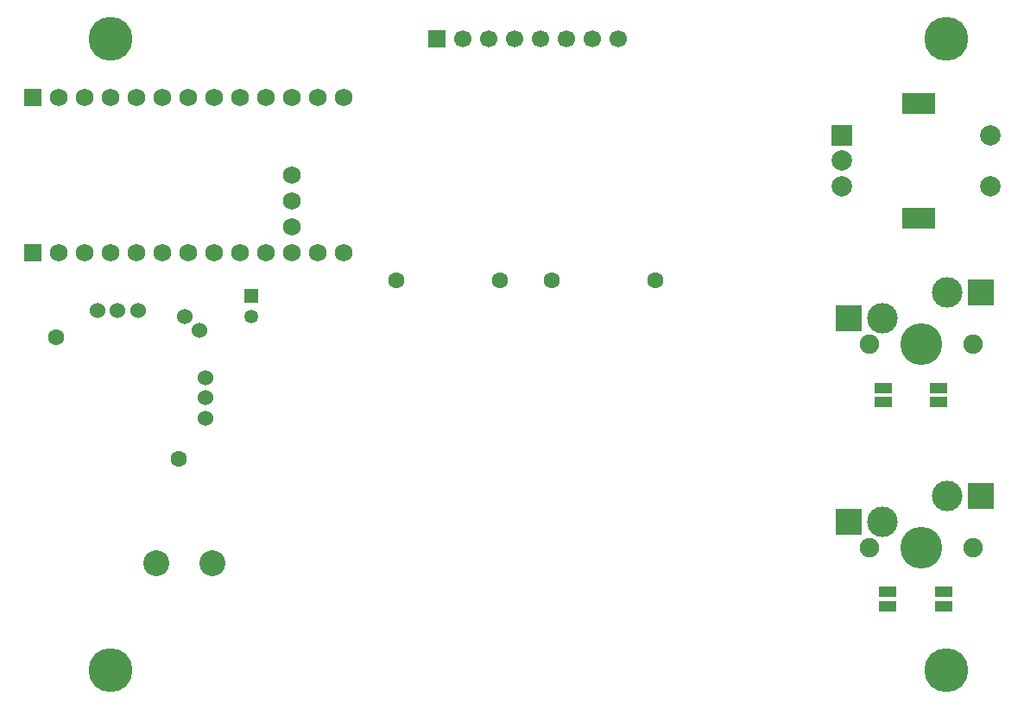
<source format=gbs>
%TF.GenerationSoftware,KiCad,Pcbnew,9.0.7*%
%TF.CreationDate,2026-03-07T10:30:55+01:00*%
%TF.ProjectId,confnicebadge,636f6e66-6e69-4636-9562-616467652e6b,rev?*%
%TF.SameCoordinates,Original*%
%TF.FileFunction,Soldermask,Bot*%
%TF.FilePolarity,Negative*%
%FSLAX46Y46*%
G04 Gerber Fmt 4.6, Leading zero omitted, Abs format (unit mm)*
G04 Created by KiCad (PCBNEW 9.0.7) date 2026-03-07 10:30:55*
%MOMM*%
%LPD*%
G01*
G04 APERTURE LIST*
%ADD10C,2.540000*%
%ADD11C,4.300000*%
%ADD12C,2.000000*%
%ADD13R,3.200000X2.000000*%
%ADD14R,2.000000X2.000000*%
%ADD15R,1.700000X1.700000*%
%ADD16R,2.550000X2.500000*%
%ADD17C,1.900000*%
%ADD18C,3.000000*%
%ADD19C,4.100000*%
%ADD20C,1.600000*%
%ADD21C,1.752600*%
%ADD22C,1.700000*%
%ADD23C,1.524000*%
%ADD24C,1.350000*%
%ADD25R,1.350000X1.350000*%
%ADD26R,1.700000X1.000000*%
G04 APERTURE END LIST*
D10*
%TO.C,BZ1*%
X49000000Y-75500000D03*
X43500000Y-75500000D03*
%TD*%
D11*
%TO.C,H3*%
X39000000Y-86000000D03*
%TD*%
D12*
%TO.C,SW2*%
X125250000Y-33500000D03*
X125250000Y-38500000D03*
D13*
X118250000Y-41600000D03*
X118250000Y-30400000D03*
D12*
X110750000Y-36000000D03*
X110750000Y-38500000D03*
D14*
X110750000Y-33500000D03*
%TD*%
D15*
%TO.C,notconnected1*%
X31419800Y-45008800D03*
%TD*%
D16*
%TO.C,SW1*%
X124342000Y-68920000D03*
X111415000Y-71460000D03*
D17*
X123580000Y-74000000D03*
D18*
X121040000Y-68920000D03*
D19*
X118500000Y-74000000D03*
D18*
X114690000Y-71460000D03*
D17*
X113420000Y-74000000D03*
%TD*%
D20*
%TO.C,R1*%
X67056000Y-47752000D03*
X77216000Y-47752000D03*
%TD*%
D11*
%TO.C,H4*%
X121000000Y-86000000D03*
%TD*%
D16*
%TO.C,SW2b1*%
X124342000Y-48920000D03*
X111415000Y-51460000D03*
D17*
X123580000Y-54000000D03*
D18*
X121040000Y-48920000D03*
D19*
X118500000Y-54000000D03*
D18*
X114690000Y-51460000D03*
D17*
X113420000Y-54000000D03*
%TD*%
D21*
%TO.C,U1*%
X56820000Y-37380000D03*
X56820000Y-39920000D03*
X56820000Y-42460000D03*
X33960000Y-29760000D03*
X36500000Y-29760000D03*
X39040000Y-29760000D03*
X41580000Y-29760000D03*
X44120000Y-29760000D03*
X46660000Y-29760000D03*
X49200000Y-29760000D03*
X51740000Y-29760000D03*
X54280000Y-29760000D03*
X56820000Y-29760000D03*
X59360000Y-29760000D03*
X61900000Y-29760000D03*
X61900000Y-45000000D03*
X59360000Y-45000000D03*
X56820000Y-45000000D03*
X54280000Y-45000000D03*
X51740000Y-45000000D03*
X49200000Y-45000000D03*
X46660000Y-45000000D03*
X44120000Y-45000000D03*
X41580000Y-45000000D03*
X39040000Y-45000000D03*
X36500000Y-45000000D03*
X33960000Y-45000000D03*
%TD*%
D22*
%TO.C,DISPLAY1*%
X88780000Y-24000000D03*
X86240000Y-24000000D03*
X83700000Y-24000000D03*
X81160000Y-24000000D03*
X78620000Y-24000000D03*
X76080000Y-24000000D03*
X73540000Y-24000000D03*
D15*
X71000000Y-24000000D03*
%TD*%
D11*
%TO.C,H1*%
X39000000Y-24000000D03*
%TD*%
D15*
%TO.C,notconnected2*%
X31419800Y-29743400D03*
%TD*%
D23*
%TO.C,U2*%
X47719000Y-52681000D03*
X46319000Y-51281000D03*
X48319000Y-57281000D03*
X48319000Y-59281000D03*
X48319000Y-61281000D03*
X37719000Y-50681000D03*
X39719000Y-50681000D03*
X41719000Y-50681000D03*
D20*
X45719000Y-65281000D03*
X33719000Y-53281000D03*
%TD*%
D11*
%TO.C,H2*%
X121000000Y-24000000D03*
%TD*%
D20*
%TO.C,R2*%
X82296000Y-47752000D03*
X92456000Y-47752000D03*
%TD*%
D24*
%TO.C,BT1*%
X52832000Y-51276000D03*
D25*
X52832000Y-49276000D03*
%TD*%
D26*
%TO.C,LED1*%
X120250000Y-58300000D03*
X120250000Y-59700000D03*
X114750000Y-59700000D03*
X114750000Y-58300000D03*
%TD*%
%TO.C,LED2*%
X120750000Y-78300000D03*
X120750000Y-79700000D03*
X115250000Y-79700000D03*
X115250000Y-78300000D03*
%TD*%
M02*

</source>
